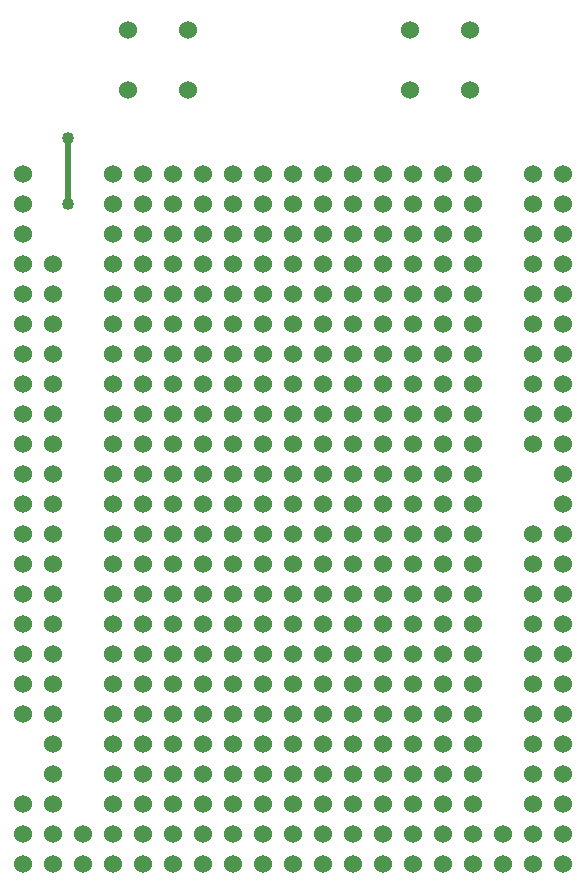
<source format=gbl>
G04 #@! TF.GenerationSoftware,KiCad,Pcbnew,7.0.6*
G04 #@! TF.CreationDate,2023-07-22T13:19:21-04:00*
G04 #@! TF.ProjectId,ESP32-S3-DevKitC-1 Proto Shield,45535033-322d-4533-932d-4465764b6974,rev?*
G04 #@! TF.SameCoordinates,Original*
G04 #@! TF.FileFunction,Copper,L2,Bot*
G04 #@! TF.FilePolarity,Positive*
%FSLAX46Y46*%
G04 Gerber Fmt 4.6, Leading zero omitted, Abs format (unit mm)*
G04 Created by KiCad (PCBNEW 7.0.6) date 2023-07-22 13:19:21*
%MOMM*%
%LPD*%
G01*
G04 APERTURE LIST*
G04 #@! TA.AperFunction,ViaPad*
%ADD10C,1.524000*%
G04 #@! TD*
G04 #@! TA.AperFunction,ViaPad*
%ADD11C,1.016000*%
G04 #@! TD*
G04 #@! TA.AperFunction,Conductor*
%ADD12C,0.508000*%
G04 #@! TD*
G04 APERTURE END LIST*
D10*
X41910000Y-52324000D03*
X57150000Y-37084000D03*
X62230000Y-72644000D03*
X72390000Y-54864000D03*
X46990000Y-57404000D03*
X52070000Y-57404000D03*
X34290000Y-75184000D03*
X26670000Y-62484000D03*
X59690000Y-44704000D03*
X57150000Y-72644000D03*
X72390000Y-92964000D03*
X39370000Y-90424000D03*
X52070000Y-77724000D03*
X46990000Y-85344000D03*
X46990000Y-59944000D03*
X26670000Y-67564000D03*
X26670000Y-80264000D03*
X46990000Y-77724000D03*
X54610000Y-52324000D03*
X72390000Y-87884000D03*
X52070000Y-44704000D03*
X57150000Y-47244000D03*
X46990000Y-34544000D03*
X52070000Y-80264000D03*
X41910000Y-59944000D03*
X26670000Y-77724000D03*
X69850000Y-49784000D03*
X62230000Y-85344000D03*
X26670000Y-59944000D03*
X41910000Y-65024000D03*
X44450000Y-54864000D03*
X39370000Y-39624000D03*
X59690000Y-52324000D03*
X59690000Y-80264000D03*
X69850000Y-37084000D03*
X62230000Y-75184000D03*
X72390000Y-75184000D03*
X64770000Y-39624000D03*
X72390000Y-70104000D03*
X59690000Y-59944000D03*
D11*
X30480000Y-37084000D03*
D10*
X54610000Y-65024000D03*
X41910000Y-44704000D03*
X64770000Y-72644000D03*
X72390000Y-62484000D03*
X62230000Y-44704000D03*
X69850000Y-72644000D03*
X44450000Y-62484000D03*
X72390000Y-72644000D03*
X62230000Y-90424000D03*
X29210000Y-57404000D03*
X26670000Y-92964000D03*
X41910000Y-49784000D03*
X36830000Y-52324000D03*
X69850000Y-82804000D03*
X46990000Y-65024000D03*
X34290000Y-82804000D03*
X69850000Y-80264000D03*
X41910000Y-77724000D03*
X34290000Y-77724000D03*
X34290000Y-44704000D03*
X46990000Y-54864000D03*
X69850000Y-67564000D03*
X52070000Y-90424000D03*
X59690000Y-67564000D03*
X69850000Y-44704000D03*
D11*
X30480000Y-31496000D03*
D10*
X26670000Y-44704000D03*
X41910000Y-80264000D03*
X39370000Y-42164000D03*
X49530000Y-65024000D03*
X59690000Y-92964000D03*
X62230000Y-80264000D03*
X54610000Y-62484000D03*
X62230000Y-52324000D03*
X59690000Y-75184000D03*
X46990000Y-49784000D03*
X72390000Y-37084000D03*
X39370000Y-52324000D03*
X57150000Y-44704000D03*
X36830000Y-59944000D03*
X31750000Y-90424000D03*
X49530000Y-54864000D03*
X69850000Y-87884000D03*
X49530000Y-37084000D03*
X29210000Y-44704000D03*
X36830000Y-54864000D03*
X39370000Y-75184000D03*
X54610000Y-39624000D03*
X39370000Y-77724000D03*
X39370000Y-65024000D03*
X29210000Y-72644000D03*
X39370000Y-37084000D03*
X54610000Y-57404000D03*
X29210000Y-92964000D03*
X54610000Y-37084000D03*
X72390000Y-85344000D03*
X29210000Y-82804000D03*
X57150000Y-54864000D03*
X72390000Y-90424000D03*
X44450000Y-85344000D03*
X26670000Y-70104000D03*
X39370000Y-92964000D03*
X59690000Y-65024000D03*
X34290000Y-87884000D03*
X46990000Y-82804000D03*
X34290000Y-90424000D03*
X36830000Y-67564000D03*
X72390000Y-80264000D03*
X64770000Y-70104000D03*
X39370000Y-85344000D03*
X34290000Y-37084000D03*
X39370000Y-34544000D03*
X54610000Y-49784000D03*
X69850000Y-85344000D03*
X69850000Y-57404000D03*
X64516000Y-22352000D03*
X72390000Y-39624000D03*
X52070000Y-34544000D03*
X59690000Y-70104000D03*
X64770000Y-65024000D03*
X49530000Y-59944000D03*
X62230000Y-37084000D03*
X41910000Y-90424000D03*
X34290000Y-85344000D03*
X49530000Y-87884000D03*
X54610000Y-44704000D03*
X64770000Y-87884000D03*
X39370000Y-47244000D03*
X57150000Y-62484000D03*
X54610000Y-77724000D03*
X67310000Y-92964000D03*
X72390000Y-34544000D03*
X26670000Y-72644000D03*
X54610000Y-85344000D03*
X52070000Y-67564000D03*
X41910000Y-82804000D03*
X49530000Y-42164000D03*
X26670000Y-90424000D03*
X26670000Y-34544000D03*
X29210000Y-77724000D03*
X29210000Y-62484000D03*
X41910000Y-85344000D03*
X64770000Y-49784000D03*
X49530000Y-92964000D03*
X64770000Y-82804000D03*
X41910000Y-87884000D03*
X52070000Y-92964000D03*
X69850000Y-70104000D03*
X36830000Y-49784000D03*
X46990000Y-42164000D03*
X52070000Y-37084000D03*
X62230000Y-87884000D03*
X29210000Y-67564000D03*
X57150000Y-85344000D03*
X59690000Y-39624000D03*
X29210000Y-85344000D03*
X26670000Y-49784000D03*
X57150000Y-77724000D03*
X29210000Y-70104000D03*
X52070000Y-54864000D03*
X46990000Y-70104000D03*
X46990000Y-75184000D03*
X46990000Y-44704000D03*
X44450000Y-57404000D03*
X49530000Y-80264000D03*
X26670000Y-47244000D03*
X46990000Y-62484000D03*
X44450000Y-80264000D03*
X46990000Y-80264000D03*
X59690000Y-62484000D03*
X36830000Y-80264000D03*
X31750000Y-92964000D03*
X57150000Y-90424000D03*
X54610000Y-34544000D03*
X46990000Y-47244000D03*
X52070000Y-75184000D03*
X26670000Y-52324000D03*
X57150000Y-39624000D03*
X34290000Y-54864000D03*
X49530000Y-75184000D03*
X59690000Y-87884000D03*
X72390000Y-57404000D03*
X29210000Y-87884000D03*
X44450000Y-34544000D03*
X69850000Y-39624000D03*
X52070000Y-39624000D03*
X57150000Y-80264000D03*
X46990000Y-37084000D03*
X29210000Y-49784000D03*
X69850000Y-54864000D03*
X64770000Y-80264000D03*
X40640000Y-27432000D03*
X44450000Y-82804000D03*
X44450000Y-47244000D03*
X59690000Y-82804000D03*
X57150000Y-57404000D03*
X49530000Y-57404000D03*
X36830000Y-90424000D03*
X36830000Y-72644000D03*
X49530000Y-77724000D03*
X62230000Y-65024000D03*
X39370000Y-80264000D03*
X34290000Y-59944000D03*
X26670000Y-75184000D03*
X36830000Y-62484000D03*
X46990000Y-92964000D03*
X44450000Y-90424000D03*
X36830000Y-87884000D03*
X29210000Y-42164000D03*
X29210000Y-52324000D03*
X29210000Y-80264000D03*
X29210000Y-75184000D03*
X59436000Y-27432000D03*
X29210000Y-65024000D03*
X46990000Y-90424000D03*
X69850000Y-52324000D03*
X69850000Y-42164000D03*
X54610000Y-42164000D03*
X46990000Y-67564000D03*
X29210000Y-47244000D03*
X46990000Y-87884000D03*
X39370000Y-70104000D03*
X44450000Y-87884000D03*
X62230000Y-57404000D03*
X26670000Y-37084000D03*
X46990000Y-52324000D03*
X39370000Y-72644000D03*
X39370000Y-57404000D03*
X41910000Y-39624000D03*
X64770000Y-57404000D03*
X34290000Y-57404000D03*
X64770000Y-52324000D03*
X44450000Y-49784000D03*
X34290000Y-34544000D03*
X62230000Y-39624000D03*
X57150000Y-82804000D03*
X39370000Y-59944000D03*
X44450000Y-42164000D03*
X34290000Y-49784000D03*
X64770000Y-34544000D03*
X64770000Y-54864000D03*
X36830000Y-44704000D03*
X36830000Y-85344000D03*
X36830000Y-42164000D03*
X49530000Y-49784000D03*
X62230000Y-77724000D03*
X41910000Y-57404000D03*
X62230000Y-92964000D03*
X34290000Y-72644000D03*
X26670000Y-87884000D03*
X44450000Y-44704000D03*
X26670000Y-65024000D03*
X52070000Y-65024000D03*
X59690000Y-47244000D03*
X34290000Y-52324000D03*
X41910000Y-54864000D03*
X57150000Y-65024000D03*
X62230000Y-42164000D03*
X54610000Y-59944000D03*
X49530000Y-67564000D03*
X29210000Y-90424000D03*
X62230000Y-62484000D03*
X36830000Y-37084000D03*
X57150000Y-42164000D03*
X36830000Y-47244000D03*
X57150000Y-70104000D03*
X44450000Y-72644000D03*
X72390000Y-77724000D03*
X52070000Y-72644000D03*
X67310000Y-90424000D03*
X52070000Y-47244000D03*
X41910000Y-37084000D03*
X57150000Y-67564000D03*
X39370000Y-82804000D03*
X52070000Y-70104000D03*
X39370000Y-44704000D03*
X34290000Y-92964000D03*
X62230000Y-70104000D03*
X72390000Y-42164000D03*
X34290000Y-62484000D03*
X62230000Y-54864000D03*
X39370000Y-54864000D03*
X44450000Y-65024000D03*
X59690000Y-72644000D03*
X72390000Y-67564000D03*
X57150000Y-87884000D03*
X62230000Y-47244000D03*
X54610000Y-92964000D03*
X49530000Y-72644000D03*
X41910000Y-34544000D03*
X34290000Y-39624000D03*
X44450000Y-92964000D03*
X52070000Y-82804000D03*
X44450000Y-59944000D03*
X59690000Y-34544000D03*
X49530000Y-85344000D03*
X62230000Y-67564000D03*
X64770000Y-85344000D03*
X49530000Y-44704000D03*
X62230000Y-49784000D03*
X49530000Y-90424000D03*
X44450000Y-77724000D03*
X59690000Y-57404000D03*
X57150000Y-49784000D03*
X44450000Y-37084000D03*
X36830000Y-77724000D03*
X52070000Y-87884000D03*
X59690000Y-90424000D03*
X64770000Y-62484000D03*
X52070000Y-52324000D03*
X64516000Y-27432000D03*
X44450000Y-75184000D03*
X69850000Y-65024000D03*
X41910000Y-42164000D03*
X52070000Y-42164000D03*
X52070000Y-59944000D03*
X64770000Y-67564000D03*
X69850000Y-75184000D03*
X26670000Y-42164000D03*
X41910000Y-92964000D03*
X49530000Y-52324000D03*
X69850000Y-34544000D03*
X54610000Y-82804000D03*
X62230000Y-34544000D03*
X59690000Y-54864000D03*
X41910000Y-75184000D03*
X49530000Y-82804000D03*
X26670000Y-54864000D03*
X72390000Y-59944000D03*
X54610000Y-54864000D03*
X54610000Y-70104000D03*
X52070000Y-49784000D03*
X69850000Y-90424000D03*
X59436000Y-22352000D03*
X26670000Y-39624000D03*
X64770000Y-90424000D03*
X72390000Y-44704000D03*
X39370000Y-49784000D03*
X41910000Y-72644000D03*
X36830000Y-34544000D03*
X69850000Y-92964000D03*
X36830000Y-57404000D03*
X64770000Y-92964000D03*
X34290000Y-42164000D03*
X72390000Y-52324000D03*
X72390000Y-47244000D03*
X36830000Y-70104000D03*
X62230000Y-82804000D03*
X26670000Y-57404000D03*
X52070000Y-85344000D03*
X49530000Y-70104000D03*
X39370000Y-67564000D03*
X64770000Y-44704000D03*
X49530000Y-47244000D03*
X34290000Y-47244000D03*
X34290000Y-67564000D03*
X72390000Y-49784000D03*
X57150000Y-52324000D03*
X57150000Y-75184000D03*
X44450000Y-39624000D03*
X36830000Y-82804000D03*
X57150000Y-34544000D03*
X64770000Y-59944000D03*
X29210000Y-59944000D03*
X62230000Y-59944000D03*
X64770000Y-75184000D03*
X36830000Y-39624000D03*
X49530000Y-39624000D03*
X69850000Y-47244000D03*
X54610000Y-67564000D03*
X59690000Y-49784000D03*
X44450000Y-52324000D03*
X64770000Y-47244000D03*
X69850000Y-77724000D03*
X52070000Y-62484000D03*
X54610000Y-90424000D03*
X57150000Y-92964000D03*
X49530000Y-62484000D03*
X36830000Y-92964000D03*
X59690000Y-42164000D03*
X41910000Y-62484000D03*
X44450000Y-70104000D03*
X35560000Y-27432000D03*
X29210000Y-54864000D03*
X36830000Y-65024000D03*
X59690000Y-77724000D03*
X35560000Y-22352000D03*
X57150000Y-59944000D03*
X64770000Y-37084000D03*
X41910000Y-47244000D03*
X39370000Y-62484000D03*
X54610000Y-47244000D03*
X34290000Y-80264000D03*
X72390000Y-82804000D03*
X54610000Y-72644000D03*
X34290000Y-65024000D03*
X64770000Y-42164000D03*
X59690000Y-85344000D03*
X54610000Y-80264000D03*
X54610000Y-75184000D03*
X54610000Y-87884000D03*
X46990000Y-72644000D03*
X41910000Y-70104000D03*
X40640000Y-22352000D03*
X72390000Y-65024000D03*
X34290000Y-70104000D03*
X39370000Y-87884000D03*
X49530000Y-34544000D03*
X64770000Y-77724000D03*
X44450000Y-67564000D03*
X46990000Y-39624000D03*
X59690000Y-37084000D03*
X36830000Y-75184000D03*
X41910000Y-67564000D03*
D12*
X30480000Y-31496000D02*
X30480000Y-37084000D01*
M02*

</source>
